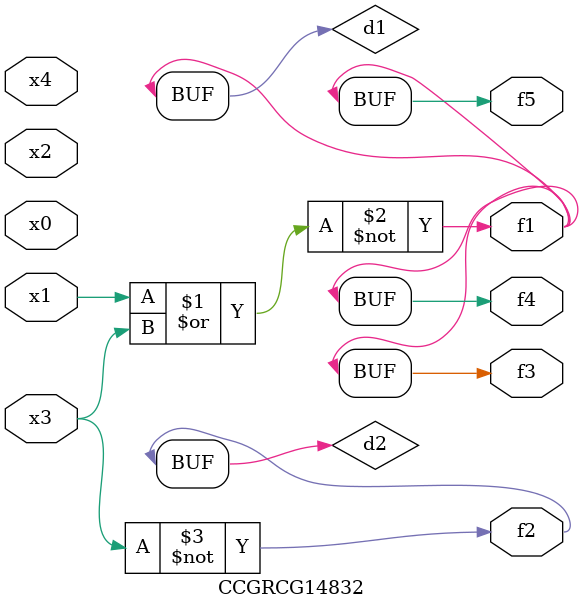
<source format=v>
module CCGRCG14832(
	input x0, x1, x2, x3, x4,
	output f1, f2, f3, f4, f5
);

	wire d1, d2;

	nor (d1, x1, x3);
	not (d2, x3);
	assign f1 = d1;
	assign f2 = d2;
	assign f3 = d1;
	assign f4 = d1;
	assign f5 = d1;
endmodule

</source>
